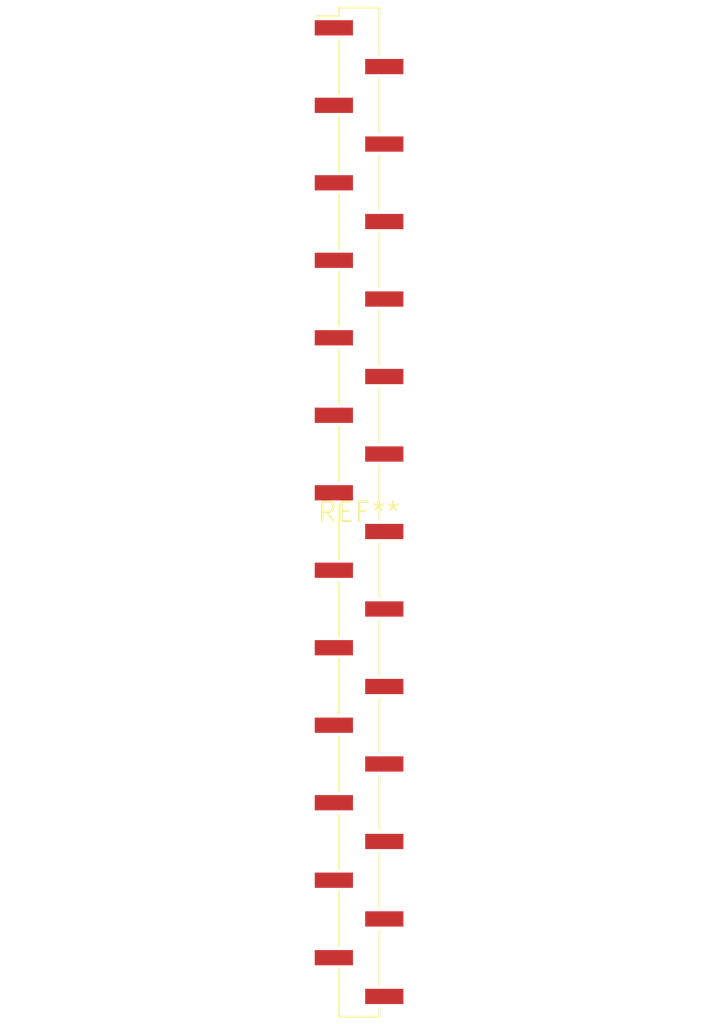
<source format=kicad_pcb>
(kicad_pcb (version 20240108) (generator pcbnew)
  (layers (0 "F.Cu" signal) (31 "B.Cu" signal) (34 "B.Paste" user) (35 "F.Paste" user) (36 "B.SilkS" user "B.Silkscreen") (37 "F.SilkS" user "F.Silkscreen") (38 "B.Mask" user) (39 "F.Mask" user) (44 "Edge.Cuts" user))
  (net 0 "")
  (footprint "PinHeader_1x26_P2.54mm_Vertical_SMD_Pin1Left" (layer "F.Cu") (at 0 0)
    (property "Reference" "REF**")
    (property "Value" "PinHeader_1x26_P2.54mm_Vertical_SMD_Pin1Left")
    (fp_line (start -1.33 -33.08) (end -1.33 -32.51) (layer "F.SilkS") (stroke (width 0.12)))
    (fp_line (start -1.33 -33.08) (end 1.33 -33.08) (layer "F.SilkS") (stroke (width 0.12)))
    (fp_line (start -1.33 -32.51) (end -2.85 -32.51) (layer "F.SilkS") (stroke (width 0.12)))
    (fp_line (start -1.33 -30.99) (end -1.33 -27.43) (layer "F.SilkS") (stroke (width 0.12)))
    (fp_line (start -1.33 -25.91) (end -1.33 -22.35) (layer "F.SilkS") (stroke (width 0.12)))
    (fp_line (start -1.33 -20.83) (end -1.33 -17.27) (layer "F.SilkS") (stroke (width 0.12)))
    (fp_line (start -1.33 -15.75) (end -1.33 -12.19) (layer "F.SilkS") (stroke (width 0.12)))
    (fp_line (start -1.33 -10.67) (end -1.33 -7.11) (layer "F.SilkS") (stroke (width 0.12)))
    (fp_line (start -1.33 -5.59) (end -1.33 -2.03) (layer "F.SilkS") (stroke (width 0.12)))
    (fp_line (start -1.33 -0.51) (end -1.33 3.05) (layer "F.SilkS") (stroke (width 0.12)))
    (fp_line (start -1.33 4.57) (end -1.33 8.13) (layer "F.SilkS") (stroke (width 0.12)))
    (fp_line (start -1.33 9.65) (end -1.33 13.21) (layer "F.SilkS") (stroke (width 0.12)))
    (fp_line (start -1.33 14.73) (end -1.33 18.29) (layer "F.SilkS") (stroke (width 0.12)))
    (fp_line (start -1.33 19.81) (end -1.33 23.37) (layer "F.SilkS") (stroke (width 0.12)))
    (fp_line (start -1.33 24.89) (end -1.33 28.45) (layer "F.SilkS") (stroke (width 0.12)))
    (fp_line (start -1.33 29.97) (end -1.33 33.08) (layer "F.SilkS") (stroke (width 0.12)))
    (fp_line (start -1.33 33.08) (end 1.33 33.08) (layer "F.SilkS") (stroke (width 0.12)))
    (fp_line (start 1.33 -33.08) (end 1.33 -29.97) (layer "F.SilkS") (stroke (width 0.12)))
    (fp_line (start 1.33 -28.45) (end 1.33 -24.89) (layer "F.SilkS") (stroke (width 0.12)))
    (fp_line (start 1.33 -23.37) (end 1.33 -19.81) (layer "F.SilkS") (stroke (width 0.12)))
    (fp_line (start 1.33 -18.29) (end 1.33 -14.73) (layer "F.SilkS") (stroke (width 0.12)))
    (fp_line (start 1.33 -13.21) (end 1.33 -9.65) (layer "F.SilkS") (stroke (width 0.12)))
    (fp_line (start 1.33 -8.13) (end 1.33 -4.57) (layer "F.SilkS") (stroke (width 0.12)))
    (fp_line (start 1.33 -3.05) (end 1.33 0.51) (layer "F.SilkS") (stroke (width 0.12)))
    (fp_line (start 1.33 2.03) (end 1.33 5.59) (layer "F.SilkS") (stroke (width 0.12)))
    (fp_line (start 1.33 7.11) (end 1.33 10.67) (layer "F.SilkS") (stroke (width 0.12)))
    (fp_line (start 1.33 12.19) (end 1.33 15.75) (layer "F.SilkS") (stroke (width 0.12)))
    (fp_line (start 1.33 17.27) (end 1.33 20.83) (layer "F.SilkS") (stroke (width 0.12)))
    (fp_line (start 1.33 22.35) (end 1.33 25.91) (layer "F.SilkS") (stroke (width 0.12)))
    (fp_line (start 1.33 27.43) (end 1.33 30.99) (layer "F.SilkS") (stroke (width 0.12)))
    (fp_line (start 1.33 32.51) (end 1.33 33.08) (layer "F.SilkS") (stroke (width 0.12)))
    (pad "1" smd rect (at -1.655 -31.75) (size 2.51 1) (layers "F.Cu" "F.Paste" "F.Mask"))
    (pad "2" smd rect (at 1.655 -29.21) (size 2.51 1) (layers "F.Cu" "F.Paste" "F.Mask"))
    (pad "3" smd rect (at -1.655 -26.67) (size 2.51 1) (layers "F.Cu" "F.Paste" "F.Mask"))
    (pad "4" smd rect (at 1.655 -24.13) (size 2.51 1) (layers "F.Cu" "F.Paste" "F.Mask"))
    (pad "5" smd rect (at -1.655 -21.59) (size 2.51 1) (layers "F.Cu" "F.Paste" "F.Mask"))
    (pad "6" smd rect (at 1.655 -19.05) (size 2.51 1) (layers "F.Cu" "F.Paste" "F.Mask"))
    (pad "7" smd rect (at -1.655 -16.51) (size 2.51 1) (layers "F.Cu" "F.Paste" "F.Mask"))
    (pad "8" smd rect (at 1.655 -13.97) (size 2.51 1) (layers "F.Cu" "F.Paste" "F.Mask"))
    (pad "9" smd rect (at -1.655 -11.43) (size 2.51 1) (layers "F.Cu" "F.Paste" "F.Mask"))
    (pad "10" smd rect (at 1.655 -8.89) (size 2.51 1) (layers "F.Cu" "F.Paste" "F.Mask"))
    (pad "11" smd rect (at -1.655 -6.35) (size 2.51 1) (layers "F.Cu" "F.Paste" "F.Mask"))
    (pad "12" smd rect (at 1.655 -3.81) (size 2.51 1) (layers "F.Cu" "F.Paste" "F.Mask"))
    (pad "13" smd rect (at -1.655 -1.27) (size 2.51 1) (layers "F.Cu" "F.Paste" "F.Mask"))
    (pad "14" smd rect (at 1.655 1.27) (size 2.51 1) (layers "F.Cu" "F.Paste" "F.Mask"))
    (pad "15" smd rect (at -1.655 3.81) (size 2.51 1) (layers "F.Cu" "F.Paste" "F.Mask"))
    (pad "16" smd rect (at 1.655 6.35) (size 2.51 1) (layers "F.Cu" "F.Paste" "F.Mask"))
    (pad "17" smd rect (at -1.655 8.89) (size 2.51 1) (layers "F.Cu" "F.Paste" "F.Mask"))
    (pad "18" smd rect (at 1.655 11.43) (size 2.51 1) (layers "F.Cu" "F.Paste" "F.Mask"))
    (pad "19" smd rect (at -1.655 13.97) (size 2.51 1) (layers "F.Cu" "F.Paste" "F.Mask"))
    (pad "20" smd rect (at 1.655 16.51) (size 2.51 1) (layers "F.Cu" "F.Paste" "F.Mask"))
    (pad "21" smd rect (at -1.655 19.05) (size 2.51 1) (layers "F.Cu" "F.Paste" "F.Mask"))
    (pad "22" smd rect (at 1.655 21.59) (size 2.51 1) (layers "F.Cu" "F.Paste" "F.Mask"))
    (pad "23" smd rect (at -1.655 24.13) (size 2.51 1) (layers "F.Cu" "F.Paste" "F.Mask"))
    (pad "24" smd rect (at 1.655 26.67) (size 2.51 1) (layers "F.Cu" "F.Paste" "F.Mask"))
    (pad "25" smd rect (at -1.655 29.21) (size 2.51 1) (layers "F.Cu" "F.Paste" "F.Mask"))
    (pad "26" smd rect (at 1.655 31.75) (size 2.51 1) (layers "F.Cu" "F.Paste" "F.Mask"))
  )
)
</source>
